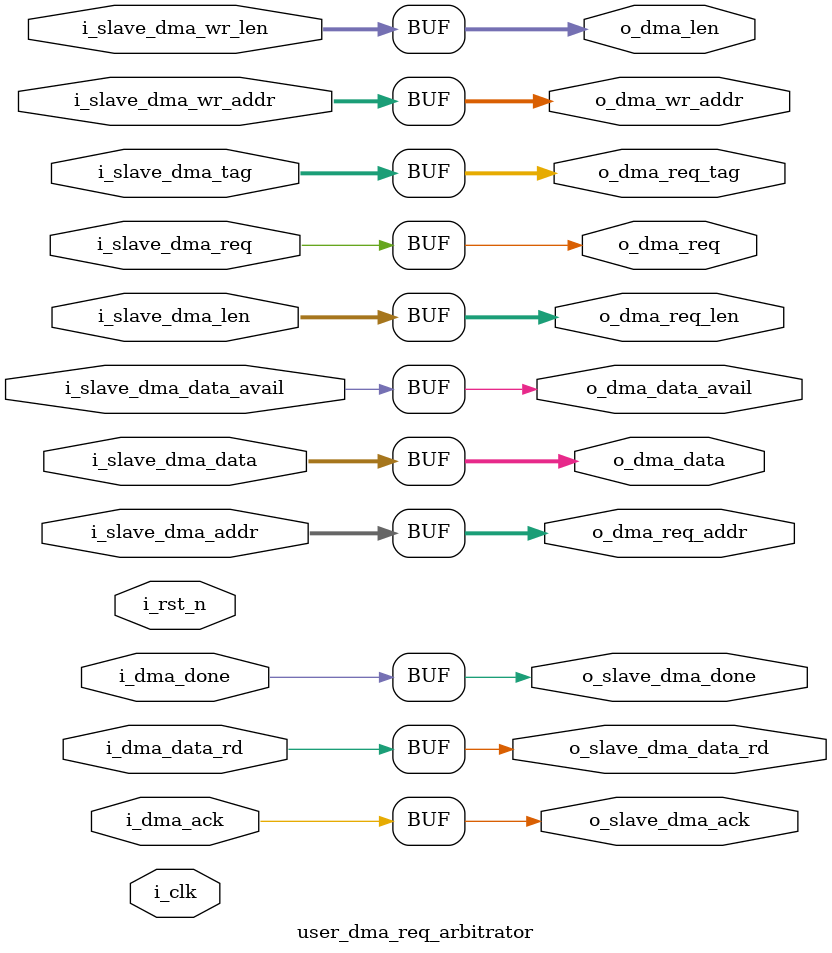
<source format=v>


`define MAX_SLAVE 16
module user_dma_req_arbitrator #(
    parameter NUM_SLAVES = 'd4,
    parameter ADDR_WIDTH = 'd32,
    parameter LEN_WIDTH  = 'd12,
    parameter TAG_WIDTH  = 'd8,
    parameter DATA_WIDTH = 'd128,
    parameter DMA_LEN    = 'd5
    )
   (
       input                                    i_clk,
       input                                    i_rst_n,
       //To PSG slaves
       input                                    i_slave_dma_req,
       input      [ADDR_WIDTH-1:0]              i_slave_dma_addr,
       input      [LEN_WIDTH-1:0]               i_slave_dma_len,
       input      [TAG_WIDTH-1 :0]              i_slave_dma_tag,
       output reg                               o_slave_dma_ack, 
 
       input                                    i_slave_dma_data_avail,
       input      [ADDR_WIDTH-1:0]              i_slave_dma_wr_addr,
       output reg                               o_slave_dma_data_rd,
       input      [DATA_WIDTH-1:0]              i_slave_dma_data,
       input      [DMA_LEN-1:0]                 i_slave_dma_wr_len,
       output reg                               o_slave_dma_done,
       //To PCIe Tx engine
       output reg                               o_dma_req,
       input                                    i_dma_ack,
       output reg [ADDR_WIDTH-1:0]              o_dma_req_addr,
       output reg [LEN_WIDTH-1:0]               o_dma_req_len,
       output reg [TAG_WIDTH-1:0]               o_dma_req_tag,
 
       output reg                               o_dma_data_avail,
       output reg [ADDR_WIDTH-1:0]              o_dma_wr_addr,
       input                                    i_dma_data_rd,
       output reg [DATA_WIDTH-1:0]              o_dma_data,
       output reg [DMA_LEN-1:0]                 o_dma_len,
       input                                    i_dma_done
    );



always@(*)
begin
   o_slave_dma_data_rd  <=    i_dma_data_rd;
   o_dma_data           <=    i_slave_dma_data;
   o_dma_req_addr       <=    i_slave_dma_addr;
   o_dma_req_len        <=    i_slave_dma_len;
   o_dma_req_tag        <=    i_slave_dma_tag;
   o_dma_wr_addr        <=    i_slave_dma_wr_addr; 
   o_dma_len            <=    i_slave_dma_wr_len;
   o_slave_dma_done     <=    i_dma_done;
   o_dma_req            <=    i_slave_dma_req;
   o_slave_dma_ack      <=    i_dma_ack;
   o_dma_data_avail     <=    i_slave_dma_data_avail;
end

endmodule

</source>
